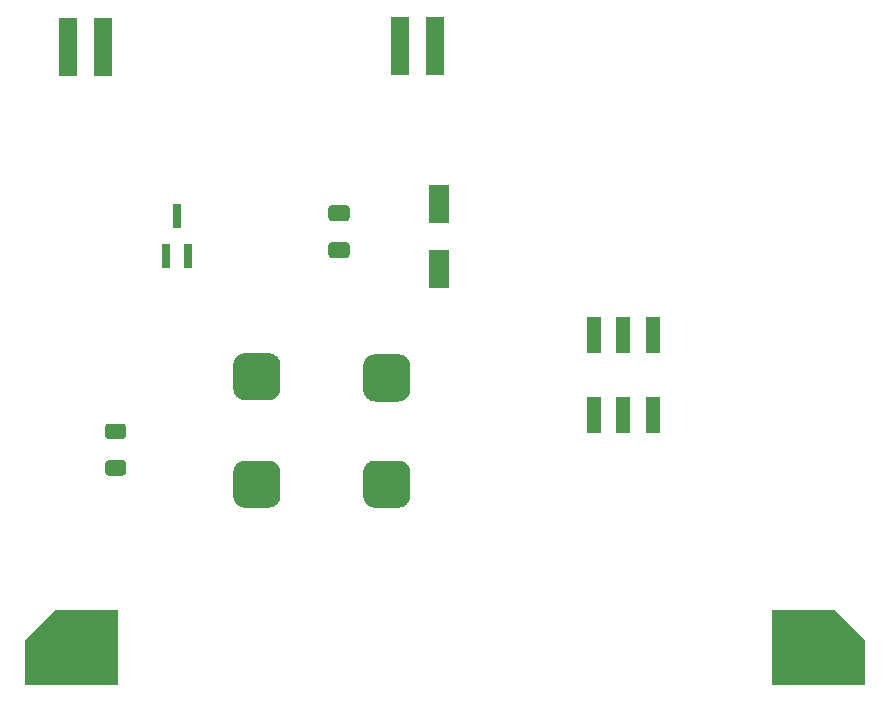
<source format=gbp>
G04 #@! TF.GenerationSoftware,KiCad,Pcbnew,7.0.2.1-36-g582732918d-dirty-deb11*
G04 #@! TF.CreationDate,2024-01-19T22:58:02+00:00*
G04 #@! TF.ProjectId,owlThief,6f776c54-6869-4656-962e-6b696361645f,rev?*
G04 #@! TF.SameCoordinates,Original*
G04 #@! TF.FileFunction,Paste,Bot*
G04 #@! TF.FilePolarity,Positive*
%FSLAX46Y46*%
G04 Gerber Fmt 4.6, Leading zero omitted, Abs format (unit mm)*
G04 Created by KiCad (PCBNEW 7.0.2.1-36-g582732918d-dirty-deb11) date 2024-01-19 22:58:02*
%MOMM*%
%LPD*%
G01*
G04 APERTURE LIST*
%ADD10R,1.524000X5.000000*%
%ADD11R,1.700000X3.300000*%
%ADD12R,0.700000X2.000000*%
%ADD13R,1.300000X3.150000*%
G04 APERTURE END LIST*
G36*
G01*
X220060000Y-82445000D02*
X218760000Y-82445000D01*
G75*
G02*
X218510000Y-82195000I0J250000D01*
G01*
X218510000Y-81370000D01*
G75*
G02*
X218760000Y-81120000I250000J0D01*
G01*
X220060000Y-81120000D01*
G75*
G02*
X220310000Y-81370000I0J-250000D01*
G01*
X220310000Y-82195000D01*
G75*
G02*
X220060000Y-82445000I-250000J0D01*
G01*
G37*
G36*
G01*
X220060000Y-79320000D02*
X218760000Y-79320000D01*
G75*
G02*
X218510000Y-79070000I0J250000D01*
G01*
X218510000Y-78245000D01*
G75*
G02*
X218760000Y-77995000I250000J0D01*
G01*
X220060000Y-77995000D01*
G75*
G02*
X220310000Y-78245000I0J-250000D01*
G01*
X220310000Y-79070000D01*
G75*
G02*
X220060000Y-79320000I-250000J0D01*
G01*
G37*
D10*
X196450000Y-64620000D03*
X199390000Y-64620000D03*
X224610000Y-64520000D03*
X227550000Y-64520000D03*
D11*
X227852500Y-83390000D03*
X227852500Y-77890000D03*
D12*
X206640000Y-82280000D03*
X204740000Y-82280000D03*
X205690000Y-78880000D03*
G36*
G01*
X210450000Y-102600000D02*
X210450000Y-100600000D01*
G75*
G02*
X211450000Y-99600000I1000000J0D01*
G01*
X213450000Y-99600000D01*
G75*
G02*
X214450000Y-100600000I0J-1000000D01*
G01*
X214450000Y-102600000D01*
G75*
G02*
X213450000Y-103600000I-1000000J0D01*
G01*
X211450000Y-103600000D01*
G75*
G02*
X210450000Y-102600000I0J1000000D01*
G01*
G37*
G36*
G01*
X210450000Y-93500000D02*
X210450000Y-91500000D01*
G75*
G02*
X211450000Y-90500000I1000000J0D01*
G01*
X213450000Y-90500000D01*
G75*
G02*
X214450000Y-91500000I0J-1000000D01*
G01*
X214450000Y-93500000D01*
G75*
G02*
X213450000Y-94500000I-1000000J0D01*
G01*
X211450000Y-94500000D01*
G75*
G02*
X210450000Y-93500000I0J1000000D01*
G01*
G37*
G36*
G01*
X221450000Y-93600000D02*
X221450000Y-91600000D01*
G75*
G02*
X222450000Y-90600000I1000000J0D01*
G01*
X224450000Y-90600000D01*
G75*
G02*
X225450000Y-91600000I0J-1000000D01*
G01*
X225450000Y-93600000D01*
G75*
G02*
X224450000Y-94600000I-1000000J0D01*
G01*
X222450000Y-94600000D01*
G75*
G02*
X221450000Y-93600000I0J1000000D01*
G01*
G37*
G36*
G01*
X221450000Y-102600000D02*
X221450000Y-100600000D01*
G75*
G02*
X222450000Y-99600000I1000000J0D01*
G01*
X224450000Y-99600000D01*
G75*
G02*
X225450000Y-100600000I0J-1000000D01*
G01*
X225450000Y-102600000D01*
G75*
G02*
X224450000Y-103600000I-1000000J0D01*
G01*
X222450000Y-103600000D01*
G75*
G02*
X221450000Y-102600000I0J1000000D01*
G01*
G37*
G36*
G01*
X199865000Y-96470000D02*
X201115000Y-96470000D01*
G75*
G02*
X201365000Y-96720000I0J-250000D01*
G01*
X201365000Y-97520000D01*
G75*
G02*
X201115000Y-97770000I-250000J0D01*
G01*
X199865000Y-97770000D01*
G75*
G02*
X199615000Y-97520000I0J250000D01*
G01*
X199615000Y-96720000D01*
G75*
G02*
X199865000Y-96470000I250000J0D01*
G01*
G37*
G36*
G01*
X199865000Y-99570000D02*
X201115000Y-99570000D01*
G75*
G02*
X201365000Y-99820000I0J-250000D01*
G01*
X201365000Y-100620000D01*
G75*
G02*
X201115000Y-100870000I-250000J0D01*
G01*
X199865000Y-100870000D01*
G75*
G02*
X199615000Y-100620000I0J250000D01*
G01*
X199615000Y-99820000D01*
G75*
G02*
X199865000Y-99570000I250000J0D01*
G01*
G37*
G36*
X263900000Y-118615000D02*
G01*
X256060000Y-118615000D01*
X256060000Y-112265000D01*
X261360000Y-112265000D01*
X263900000Y-114805000D01*
X263900000Y-118615000D01*
G37*
G36*
X200690000Y-118615000D02*
G01*
X192850000Y-118615000D01*
X192850000Y-114805000D01*
X195390000Y-112265000D01*
X200690000Y-112265000D01*
X200690000Y-118615000D01*
G37*
D13*
X240990000Y-95720000D03*
X243490000Y-95720000D03*
X245990000Y-95720000D03*
X240990000Y-88970000D03*
X243490000Y-88970000D03*
X245990000Y-88970000D03*
M02*

</source>
